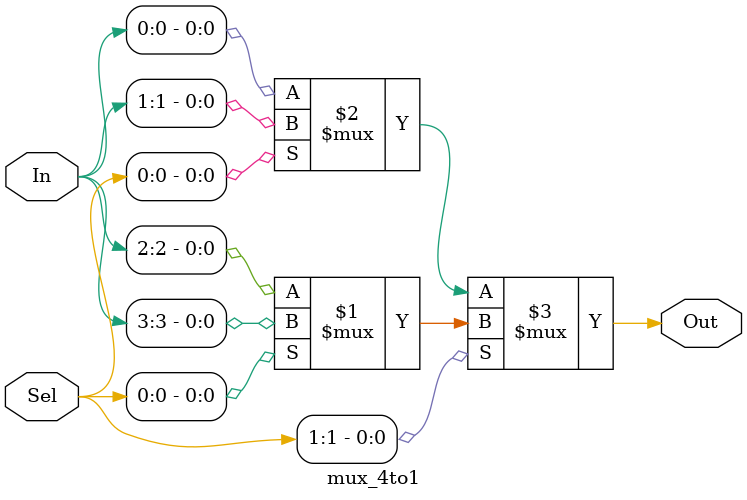
<source format=v>
module mux_4to1 (Out, In, Sel);
output Out;
input [3:0]In;
input [1:0]Sel;

assign Out = Sel[1] ? (Sel[0] ? In[3] : In[2]) : (Sel[0] ? In[1] : In[0]);

endmodule
</source>
